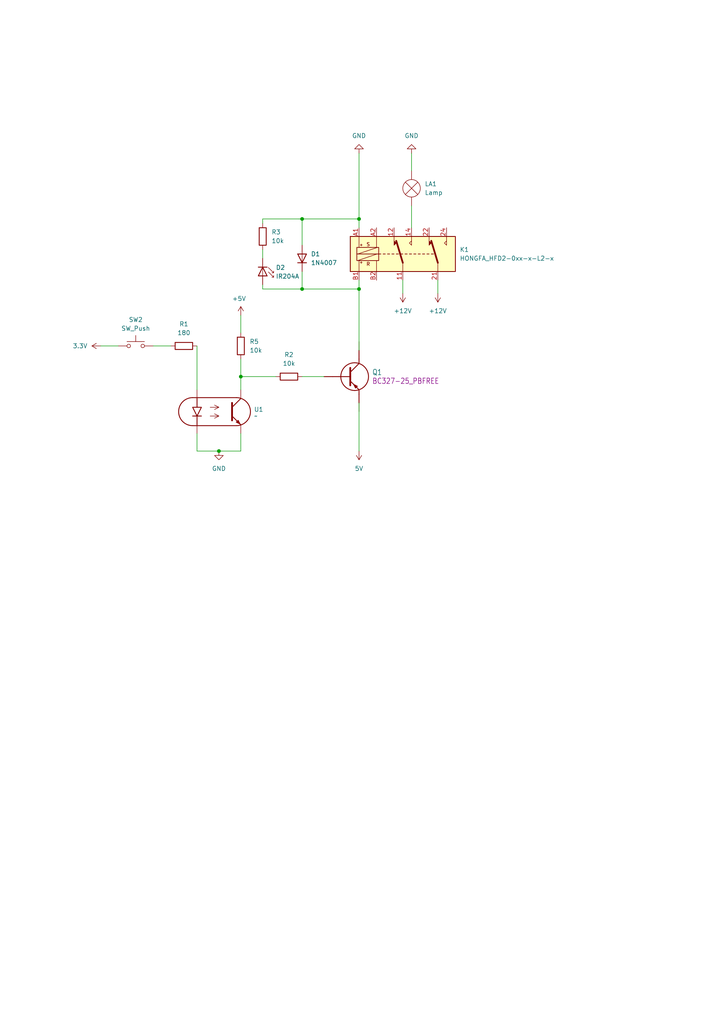
<source format=kicad_sch>
(kicad_sch (version 20250114) (generator "eeschema") (generator_version "9.0")
  (paper "A4" portrait)
  (lib_symbols
    (symbol "BC327-25_PBFREE_1" (pin_numbers (hide yes)) (pin_names (hide yes))
      (property "Reference" "Q" (at 13.97 1.27 0))
      (property "Part Name" "BC327-25_PBFREE" (at 13.97 -1.27 0))
      (symbol "BC327-25_PBFREE_1_1_0"
        (polyline (pts (xy 0 0) (xy 2.54 0)) (stroke (width 0.254)))
        (polyline (pts (xy 2.54 0) (xy 7.62 0)) (stroke (width 0.254)))
        (polyline (pts (xy 7.62 2.54) (xy 7.62 -2.54)) (stroke (width 0.508)))
        (polyline (pts (xy 7.62 1.27) (xy 10.16 3.81)) (stroke (width 0.254)))
        (polyline (pts (xy 7.62 -1.27) (xy 10.16 -3.81)) (stroke (width 0.254)))
        (arc (start 8.89 4.0161) (mid 12.9061 0) (end 8.89 -4.0161) (stroke (width 0.254)))
        (arc (start 8.89 -4.0161) (mid 4.8739 0) (end 8.89 4.0161) (stroke (width 0.254)))
        (polyline (pts (xy 9.652 -2.794) (xy 9.144 -3.302) (xy 8.636 -2.286) (xy 9.652 -2.794)) (stroke (width 0.254)) (fill (type outline)))
        (polyline (pts (xy 10.16 7.62) (xy 10.16 5.08)) (stroke (width 0.254)))
        (polyline (pts (xy 10.16 3.81) (xy 10.16 5.08)) (stroke (width 0.254)))
        (polyline (pts (xy 10.16 -3.81) (xy 10.16 -5.08)) (stroke (width 0.254)))
        (polyline (pts (xy 10.16 -7.62) (xy 10.16 -5.08)) (stroke (width 0.254)))
        (pin passive line (at 0 0 0) (length 2.54) (name "B") (number "2"))
        (pin passive line (at 10.16 7.62 90) (length 2.54) (name "C") (number "1"))
      )
      (symbol "BC327-25_PBFREE_1_1_1"
        (pin passive line (at 10.16 -7.62 270) (length 2.54) (name "A") (number "3"))
      )
    )
    (symbol "Device:Lamp" (pin_numbers (hide yes)) (pin_names (offset 0.0254) (hide yes))
      (property "Reference" "LA" (at 0.635 3.81 0))
      (property "Value" "Lamp" (at 0.635 -3.81 0))
      (symbol "Lamp_0_1"
        (polyline (pts (xy -1.778 1.778) (xy 1.778 -1.778)))
        (circle (center 0 0) (radius 2.54))
        (polyline (pts (xy 1.778 1.778) (xy -1.778 -1.778)))
      )
      (symbol "Lamp_1_1"
        (pin passive line (at 0 5.08 270) (length 2.54) (name "+") (number "2"))
        (pin passive line (at 0 -5.08 90) (length 2.54) (name "-") (number "1"))
      )
    )
    (symbol "Device:R" (pin_numbers (hide yes)) (pin_names (offset 0))
      (property "Reference" "R" (at 2.032 0 90))
      (property "Value" "R" (at 0 0 90))
      (symbol "R_0_1"
        (rectangle (start -1.016 -2.54) (end 1.016 2.54) (stroke (width 0.254)))
      )
      (symbol "R_1_1"
        (pin passive line (at 0 3.81 270) (length 1.27) (name "~") (number "1"))
        (pin passive line (at 0 -3.81 90) (length 1.27) (name "~") (number "2"))
      )
    )
    (symbol "Diode:1N4007" (pin_numbers (hide yes)) (pin_names (hide yes))
      (property "Reference" "D" (at 0 2.54 0))
      (property "Value" "1N4007" (at 0 -2.54 0))
      (symbol "1N4007_0_1"
        (polyline (pts (xy -1.27 1.27) (xy -1.27 -1.27)) (stroke (width 0.254)))
        (polyline (pts (xy 1.27 1.27) (xy 1.27 -1.27) (xy -1.27 0) (xy 1.27 1.27)) (stroke (width 0.254)))
        (polyline (pts (xy 1.27 0) (xy -1.27 0)))
      )
      (symbol "1N4007_1_1"
        (pin passive line (at -3.81 0 0) (length 2.54) (name "K") (number "1"))
        (pin passive line (at 3.81 0 180) (length 2.54) (name "A") (number "2"))
      )
    )
    (symbol "LED:IR204A" (pin_numbers (hide yes)) (pin_names (offset 1.016) (hide yes))
      (property "Reference" "D" (at 0.508 1.778 0))
      (property "Value" "IR204A" (at -1.016 -2.794 0))
      (symbol "IR204A_0_1"
        (polyline (pts (xy -2.54 1.27) (xy -2.54 -1.27)) (stroke (width 0.254)))
        (polyline (pts (xy -2.413 1.651) (xy -0.889 3.175) (xy -0.889 2.667) (xy -0.889 3.175) (xy -1.397 3.175)))
        (polyline (pts (xy -1.143 1.651) (xy 0.381 3.175) (xy 0.381 2.667)))
        (polyline (pts (xy 0 1.27) (xy -2.54 0) (xy 0 -1.27) (xy 0 1.27)) (stroke (width 0.254)))
        (polyline (pts (xy 0 0) (xy -2.54 0)))
        (polyline (pts (xy 0.381 3.175) (xy -0.127 3.175)))
      )
      (symbol "IR204A_1_1"
        (pin passive line (at -5.08 0 0) (length 2.54) (name "K") (number "1"))
        (pin passive line (at 2.54 0 180) (length 2.54) (name "A") (number "2"))
      )
    )
    (symbol "My_lib2:PC817X3NSZ9F" (pin_numbers (hide yes)) (pin_names (hide yes))
      (property "Reference" "U" (at -1.27 7.874 0))
      (symbol "PC817X3NSZ9F_0_1"
        (polyline (pts (xy -11.43 -4.064) (xy 1.27 -4.064)) (stroke (width 0.254)))
        (polyline (pts (xy -10.16 3.81) (xy -10.16 1.27)) (stroke (width 0.254)))
        (polyline (pts (xy -10.16 1.27) (xy -8.89 1.27) (xy -11.43 1.27) (xy -10.16 -1.27) (xy -8.89 1.27) (xy -10.16 -1.27) (xy -11.43 -1.27) (xy -8.89 -1.27)) (stroke (width 0.254)))
        (polyline (pts (xy -10.16 -3.81) (xy -10.16 -1.27)) (stroke (width 0.254)))
        (polyline (pts (xy -6.35 1.27) (xy -3.81 1.27) (xy -5.08 1.905) (xy -3.81 1.27) (xy -5.08 0.635)))
        (polyline (pts (xy -6.35 -1.27) (xy -3.81 -1.27) (xy -5.08 -0.635) (xy -3.81 -1.27) (xy -5.08 -1.905)))
        (polyline (pts (xy 1.27 4.064) (xy -11.43 4.064)) (stroke (width 0.254)))
      )
      (symbol "PC817X3NSZ9F_1_0"
        (arc (start -11.43 -4.064) (mid -15.494 0) (end -11.43 4.064) (stroke (width 0.254)))
        (polyline (pts (xy 0 2.54) (xy 0 -2.54)) (stroke (width 0.508)))
        (polyline (pts (xy 0 1.27) (xy 2.54 3.81)) (stroke (width 0.254)))
        (polyline (pts (xy 0 -1.27) (xy 2.54 -3.81)) (stroke (width 0.254)))
        (arc (start 1.27 4.064) (mid 5.334 0) (end 1.27 -4.064) (stroke (width 0.254)))
        (polyline (pts (xy 1.27 -3.048) (xy 1.778 -2.54) (xy 2.286 -3.556) (xy 1.27 -3.048)) (stroke (width 0.254)) (fill (type outline)))
        (pin input line (at -10.16 6.35 270) (length 2.54) (name "Anode") (number "1"))
        (pin output line (at -10.16 -6.35 90) (length 2.54) (name "Cathode") (number "2"))
        (pin passive line (at 2.54 6.35 270) (length 2.54) (name "Collector") (number "4"))
      )
      (symbol "PC817X3NSZ9F_1_1"
        (pin passive line (at 2.54 -6.35 90) (length 2.54) (name "Emitter") (number "3"))
      )
    )
    (symbol "Relay:HONGFA_HFD2-0xx-x-L2-x"
      (property "Reference" "K" (at 16.51 3.81 0))
      (property "Value" "HONGFA_HFD2-0xx-x-L2-x" (at 16.51 1.27 0))
      (symbol "HONGFA_HFD2-0xx-x-L2-x_0_0"
        (polyline (pts (xy -2.54 5.08) (xy -2.54 2.54) (xy -1.905 3.175) (xy -2.54 3.81)) (fill (type outline)))
        (polyline (pts (xy 2.54 5.08) (xy 2.54 2.54) (xy 1.905 3.175) (xy 2.54 3.81)))
        (polyline (pts (xy 7.62 5.08) (xy 7.62 2.54) (xy 8.255 3.175) (xy 7.62 3.81)) (fill (type outline)))
        (polyline (pts (xy 12.7 5.08) (xy 12.7 2.54) (xy 12.065 3.175) (xy 12.7 3.81)))
        (text "+" (at -12.065 2.667 0) (effects (font (size 0.762 0.762))))
        (text "+" (at -12.065 -2.413 0) (effects (font (size 0.762 0.762))))
        (text "S" (at -10.033 2.794 0) (effects (font (size 1.016 1.016))))
        (text "R" (at -10.033 -2.921 0) (effects (font (size 1.016 1.016))))
      )
      (symbol "HONGFA_HFD2-0xx-x-L2-x_0_1"
        (rectangle (start -15.24 5.08) (end 15.24 -5.08) (stroke (width 0.254)) (fill (type background)))
        (rectangle (start -13.335 1.905) (end -6.985 -1.905) (stroke (width 0.2032)))
        (polyline (pts (xy -13.335 0) (xy -6.35 0)) (stroke (width 0.2032)))
        (polyline (pts (xy -13.081 0) (xy -7.366 1.905)))
        (polyline (pts (xy -13.081 -1.905) (xy -7.493 0)))
        (polyline (pts (xy -12.7 5.08) (xy -12.7 1.905)))
        (polyline (pts (xy -12.7 -5.08) (xy -12.7 -1.905)))
        (polyline (pts (xy -7.62 5.08) (xy -7.62 1.905)))
        (polyline (pts (xy -7.62 -5.08) (xy -7.62 -1.905)))
        (polyline (pts (xy -5.715 0) (xy -5.08 0)) (stroke (width 0.2032)))
        (polyline (pts (xy -4.445 0) (xy -3.81 0)) (stroke (width 0.2032)))
        (polyline (pts (xy -3.175 0) (xy -2.54 0)) (stroke (width 0.2032)))
        (polyline (pts (xy -1.905 0) (xy -1.27 0)) (stroke (width 0.2032)))
        (polyline (pts (xy -0.635 0) (xy 0 0)) (stroke (width 0.2032)))
        (polyline (pts (xy 0 -2.54) (xy -1.905 3.81)) (stroke (width 0.508)))
        (polyline (pts (xy 0 -2.54) (xy 0 -5.08)))
        (polyline (pts (xy 0.635 0) (xy 1.27 0)) (stroke (width 0.2032)))
        (polyline (pts (xy 1.905 0) (xy 2.54 0)) (stroke (width 0.2032)))
        (polyline (pts (xy 3.175 0) (xy 3.81 0)) (stroke (width 0.2032)))
        (polyline (pts (xy 4.445 0) (xy 5.08 0)) (stroke (width 0.2032)))
        (polyline (pts (xy 5.715 0) (xy 6.35 0)) (stroke (width 0.2032)))
        (polyline (pts (xy 6.985 0) (xy 7.62 0)) (stroke (width 0.2032)))
        (polyline (pts (xy 8.255 0) (xy 8.89 0)) (stroke (width 0.2032)))
        (polyline (pts (xy 10.16 -2.54) (xy 8.255 3.81)) (stroke (width 0.508)))
        (polyline (pts (xy 10.16 -2.54) (xy 10.16 -5.08)))
      )
      (symbol "HONGFA_HFD2-0xx-x-L2-x_1_1"
        (pin passive line (at -12.7 7.62 270) (length 2.54) (name "~") (number "A1"))
        (pin passive line (at -12.7 -7.62 90) (length 2.54) (name "~") (number "B1"))
        (pin passive line (at -7.62 7.62 270) (length 2.54) (name "~") (number "A2"))
        (pin passive line (at -7.62 -7.62 90) (length 2.54) (name "~") (number "B2"))
        (pin passive line (at -2.54 7.62 270) (length 2.54) (name "~") (number "12"))
        (pin passive line (at 0 -7.62 90) (length 2.54) (name "~") (number "11"))
        (pin passive line (at 2.54 7.62 270) (length 2.54) (name "~") (number "14"))
        (pin passive line (at 7.62 7.62 270) (length 2.54) (name "~") (number "22"))
        (pin passive line (at 10.16 -7.62 90) (length 2.54) (name "~") (number "21"))
        (pin passive line (at 12.7 7.62 270) (length 2.54) (name "~") (number "24"))
      )
    )
    (symbol "Switch:SW_Push" (pin_numbers (hide yes)) (pin_names (offset 1.016) (hide yes))
      (property "Reference" "SW" (at 1.27 2.54 0))
      (property "Value" "SW_Push" (at 0 -1.524 0))
      (symbol "SW_Push_0_1"
        (circle (center -2.032 0) (radius 0.508))
        (polyline (pts (xy 0 1.27) (xy 0 3.048)))
        (circle (center 2.032 0) (radius 0.508))
        (polyline (pts (xy 2.54 1.27) (xy -2.54 1.27)))
        (pin passive line (at -5.08 0 0) (length 2.54) (name "1") (number "1"))
        (pin passive line (at 5.08 0 180) (length 2.54) (name "2") (number "2"))
      )
    )
    (symbol "power:+12V" (power) (pin_numbers (hide yes)) (pin_names (offset 0) (hide yes))
      (property "Value" "+12V" (at 0 3.556 0))
      (symbol "+12V_0_1"
        (polyline (pts (xy -0.762 1.27) (xy 0 2.54)))
        (polyline (pts (xy 0 2.54) (xy 0.762 1.27)))
        (polyline (pts (xy 0 0) (xy 0 2.54)))
      )
      (symbol "+12V_1_1"
        (pin power_in line (at 0 0 90) (length 0) (name "~") (number "1"))
      )
    )
    (symbol "power:+3.3V" (power) (pin_numbers (hide yes)) (pin_names (offset 0) (hide yes))
      (property "Value" "+3.3V" (at 0 3.556 0))
      (symbol "+3.3V_0_1"
        (polyline (pts (xy -0.762 1.27) (xy 0 2.54)))
        (polyline (pts (xy 0 2.54) (xy 0.762 1.27)))
        (polyline (pts (xy 0 0) (xy 0 2.54)))
      )
      (symbol "+3.3V_1_1"
        (pin power_in line (at 0 0 90) (length 0) (name "~") (number "1"))
      )
    )
    (symbol "power:+5V" (power) (pin_numbers (hide yes)) (pin_names (offset 0) (hide yes))
      (property "Value" "+5V" (at 0 3.556 0))
      (symbol "+5V_0_1"
        (polyline (pts (xy -0.762 1.27) (xy 0 2.54)))
        (polyline (pts (xy 0 2.54) (xy 0.762 1.27)))
        (polyline (pts (xy 0 0) (xy 0 2.54)))
      )
      (symbol "+5V_1_1"
        (pin power_in line (at 0 0 90) (length 0) (name "~") (number "1"))
      )
    )
    (symbol "power:GND" (power) (pin_numbers (hide yes)) (pin_names (offset 0) (hide yes))
      (property "Value" "GND" (at 0 -3.81 0))
      (symbol "GND_0_1"
        (polyline (pts (xy 0 0) (xy 0 -1.27) (xy 1.27 -1.27) (xy 0 -2.54) (xy -1.27 -1.27) (xy 0 -1.27)))
      )
      (symbol "GND_1_1"
        (pin power_in line (at 0 0 270) (length 0) (name "~") (number "1"))
      )
    )
  )
  (junction (at 87.63 63.5))
  (junction (at 69.85 109.22))
  (junction (at 104.14 83.82))
  (junction (at 104.14 63.5))
  (junction (at 63.5 130.81))
  (junction (at 87.63 83.82))
  (wire (pts (xy 57.15 130.81) (xy 63.5 130.81)))
  (wire (pts (xy 104.14 44.45) (xy 104.14 63.5)))
  (wire (pts (xy 104.14 81.28) (xy 104.14 83.82)))
  (wire (pts (xy 69.85 109.22) (xy 80.01 109.22)))
  (wire (pts (xy 127 81.28) (xy 127 85.09)))
  (wire (pts (xy 76.2 63.5) (xy 87.63 63.5)))
  (wire (pts (xy 119.38 44.45) (xy 119.38 49.53)))
  (wire (pts (xy 57.15 100.33) (xy 57.15 113.03)))
  (wire (pts (xy 69.85 109.22) (xy 69.85 104.14)))
  (wire (pts (xy 87.63 63.5) (xy 104.14 63.5)))
  (wire (pts (xy 116.84 85.09) (xy 116.84 81.28)))
  (wire (pts (xy 104.14 63.5) (xy 104.14 66.04)))
  (wire (pts (xy 69.85 109.22) (xy 69.85 113.03)))
  (wire (pts (xy 87.63 109.22) (xy 93.98 109.22)))
  (wire (pts (xy 104.14 116.84) (xy 104.14 130.81)))
  (wire (pts (xy 87.63 83.82) (xy 104.14 83.82)))
  (wire (pts (xy 119.38 59.69) (xy 119.38 66.04)))
  (wire (pts (xy 69.85 91.44) (xy 69.85 96.52)))
  (wire (pts (xy 104.14 83.82) (xy 104.14 101.6)))
  (wire (pts (xy 76.2 83.82) (xy 87.63 83.82)))
  (wire (pts (xy 63.5 130.81) (xy 69.85 130.81)))
  (wire (pts (xy 76.2 74.93) (xy 76.2 72.39)))
  (wire (pts (xy 57.15 130.81) (xy 57.15 125.73)))
  (wire (pts (xy 44.45 100.33) (xy 49.53 100.33)))
  (wire (pts (xy 29.21 100.33) (xy 34.29 100.33)))
  (wire (pts (xy 87.63 71.12) (xy 87.63 63.5)))
  (wire (pts (xy 87.63 78.74) (xy 87.63 83.82)))
  (wire (pts (xy 69.85 130.81) (xy 69.85 125.73)))
  (wire (pts (xy 76.2 82.55) (xy 76.2 83.82)))
  (wire (pts (xy 76.2 64.77) (xy 76.2 63.5)))
  (symbol (lib_id "power:+12V") (at 104.14 130.81 180) (unit 1)
    (property "Reference" "#PWR03" (effects (hide yes)))
    (property "Value" "5V" (at 104.14 135.89 0))
    (property "Description" "Power symbol creates a global label with name \"+12V\"" (effects (hide yes)))
  )
  (symbol (lib_id "Device:Lamp") (at 119.38 54.61 0) (unit 1)
    (property "Reference" "LA1" (at 123.19 53.3399 0) (effects (justify left)))
    (property "Value" "Lamp" (at 123.19 55.8799 0) (effects (justify left)))
    (property "Description" "Lamp" (effects (hide yes)))
  )
  (symbol (lib_id "My_lib2:PC817X3NSZ9F") (at 67.31 119.38 0) (unit 1)
    (property "Reference" "U1" (at 73.66 118.7449 0) (effects (justify left)))
    (property "Value" "~" (at 73.66 120.65 0) (effects (justify left)))
  )
  (symbol (lib_id "Device:R") (at 76.2 68.58 180) (unit 1)
    (property "Reference" "R3" (at 78.74 67.3099 0) (effects (justify right)))
    (property "Value" "10k" (at 78.74 69.8499 0) (effects (justify right)))
    (property "Description" "Resistor" (effects (hide yes)))
  )
  (symbol (lib_id "power:GND") (at 104.14 44.45 180) (unit 1)
    (property "Reference" "#PWR011" (effects (hide yes)))
    (property "Value" "GND" (at 104.14 39.37 0))
    (property "Description" "Power symbol creates a global label with name \"GND\" , ground" (effects (hide yes)))
  )
  (symbol (lib_id "Relay:HONGFA_HFD2-0xx-x-L2-x") (at 116.84 73.66 0) (unit 1)
    (property "Reference" "K1" (at 133.35 72.3899 0) (effects (justify left)))
    (property "Value" "HONGFA_HFD2-0xx-x-L2-x" (at 133.35 74.9299 0) (effects (justify left)))
    (property "Footprint" "Relay_THT:Relay_DPDT_Omron_G6AK" (effects (hide yes)))
    (property "Datasheet" "https://source_cn.hongfa.com/Api/DownloadPdf/323" (effects (hide yes)))
    (property "Description" "Bistable miniature DPDT relay, 3A, 125VAC, THT" (effects (hide yes)))
  )
  (symbol (lib_id "LED:IR204A") (at 76.2 80.01 270) (unit 1)
    (property "Reference" "D2" (at 80.01 77.5969 90) (effects (justify left)))
    (property "Value" "IR204A" (at 80.01 80.1369 90) (effects (justify left)))
    (property "Footprint" "LED_THT:LED_D3.0mm_IRBlack" (effects (hide yes)))
    (property "Datasheet" "http://www.everlight.com/file/ProductFile/IR204-A.pdf" (effects (hide yes)))
    (property "Description" "Infrared LED , 3mm LED package" (effects (hide yes)))
  )
  (symbol (lib_id "power:+3.3V") (at 29.21 100.33 90) (unit 1)
    (property "Reference" "#PWR07" (effects (hide yes)))
    (property "Value" "3.3V" (at 25.4 100.3299 90) (effects (justify left)))
    (property "Description" "Power symbol creates a global label with name \"+3.3V\"" (effects (hide yes)))
  )
  (symbol (lib_id "power:+12V") (at 127 85.09 180) (unit 1)
    (property "Reference" "#PWR012" (effects (hide yes)))
    (property "Value" "+12V" (at 127 90.17 0))
    (property "Description" "Power symbol creates a global label with name \"+12V\"" (effects (hide yes)))
  )
  (symbol (lib_id "power:+12V") (at 116.84 85.09 180) (unit 1)
    (property "Reference" "#PWR010" (effects (hide yes)))
    (property "Value" "+12V" (at 116.84 90.17 0))
    (property "Description" "Power symbol creates a global label with name \"+12V\"" (effects (hide yes)))
  )
  (symbol (lib_id "Switch:SW_Push") (at 39.37 100.33 0) (unit 1)
    (property "Reference" "SW2" (at 39.37 92.71 0))
    (property "Value" "SW_Push" (at 39.37 95.25 0))
    (property "Description" "Push button switch, generic, two pins" (effects (hide yes)))
  )
  (symbol (lib_id "power:GND") (at 119.38 44.45 180) (unit 1)
    (property "Reference" "#PWR013" (effects (hide yes)))
    (property "Value" "GND" (at 119.38 39.37 0))
    (property "Description" "Power symbol creates a global label with name \"GND\" , ground" (effects (hide yes)))
  )
  (symbol (lib_id "Device:R") (at 53.34 100.33 90) (unit 1)
    (property "Reference" "R1" (at 53.34 93.98 90))
    (property "Value" "180" (at 53.34 96.52 90))
    (property "Description" "Resistor" (effects (hide yes)))
  )
  (symbol (lib_id "Diode:1N4007") (at 87.63 74.93 90) (unit 1)
    (property "Reference" "D1" (at 90.17 73.6599 90) (effects (justify right)))
    (property "Value" "1N4007" (at 90.17 76.1999 90) (effects (justify right)))
    (property "Footprint" "Diode_THT:D_DO-41_SOD81_P10.16mm_Horizontal" (effects (hide yes)))
    (property "Datasheet" "http://www.vishay.com/docs/88503/1n4001.pdf" (effects (hide yes)))
    (property "Description" "1000V 1A General Purpose Rectifier Diode, DO-41" (effects (hide yes)))
    (property "Sim.Device" "D" (effects (hide yes)))
    (property "Sim.Pins" "1=K 2=A" (effects (hide yes)))
  )
  (symbol (lib_id "power:+5V") (at 69.85 91.44 0) (unit 1)
    (property "Reference" "#PWR08" (effects (hide yes)))
    (property "Value" "+5V" (at 69.342 86.614 0))
    (property "Description" "Power symbol creates a global label with name \"+5V\"" (effects (hide yes)))
  )
  (symbol (lib_id "Device:R") (at 69.85 100.33 180) (unit 1)
    (property "Reference" "R5" (at 72.39 99.0599 0) (effects (justify right)))
    (property "Value" "10k" (at 72.39 101.5999 0) (effects (justify right)))
    (property "Description" "Resistor" (effects (hide yes)))
  )
  (symbol (lib_id "Device:R") (at 83.82 109.22 270) (unit 1)
    (property "Reference" "R2" (at 83.82 102.87 90))
    (property "Value" "10k" (at 83.82 105.41 90))
    (property "Description" "Resistor" (effects (hide yes)))
  )
  (symbol (lib_name "BC327-25_PBFREE_1") (lib_id "My_lib2:BC327-25_PBFREE") (at 93.98 109.22 0) (unit 1)
    (property "Reference" "Q1" (at 107.95 107.9499 0) (effects (font (size 1.5833 1.3333)) (justify left)))
    (property "Footprint" "cadstarpcblib:BC32725PBFREE" (effects (hide yes)))
    (property "Description" "Bipolar Transistors - BJT PNP 50Vcbo 45 Vceo 500mA 625mW Trans" (effects (hide yes)))
    (property "Part Name" "BC327-25_PBFREE" (at 107.95 110.4899 0) (effects (font (size 1.5833 1.3333)) (justify left)))
    (property "Part Version" "1" (effects (hide yes)))
    (property "3D_Model" "BC327-25_PBFREE" (effects (hide yes)))
    (property "Arrow Part Number" "-" (effects (hide yes)))
    (property "Arrow Price/Stock" "-" (effects (hide yes)))
    (property "Height" "7.87mm" (effects (hide yes)))
    (property "Link Datasheet" "https://my.centralsemi.com/datasheets/BC327-328.PDF" (effects (hide yes)))
    (property "Link Mouser Price/Stock" "https://www.mouser.co.uk/ProductDetail/Central-Semiconductor/BC327-25-PBFREE?qs=u16ybLDytRZN73jSFKN2Hg%3D%3D" (effects (hide yes)))
    (property "Manufacturer_Name" "Central Semiconductor" (effects (hide yes)))
    (property "Manufacturer_Part_Number" "BC327-25 PBFREE" (effects (hide yes)))
    (property "Mouser Part Number" "610-BC327-25" (effects (hide yes)))
  )
  (symbol (lib_id "power:GND") (at 63.5 130.81 0) (unit 1)
    (property "Reference" "#PWR09" (effects (hide yes)))
    (property "Value" "GND" (at 63.5 135.89 0))
    (property "Description" "Power symbol creates a global label with name \"GND\" , ground" (effects (hide yes)))
  )
)
</source>
